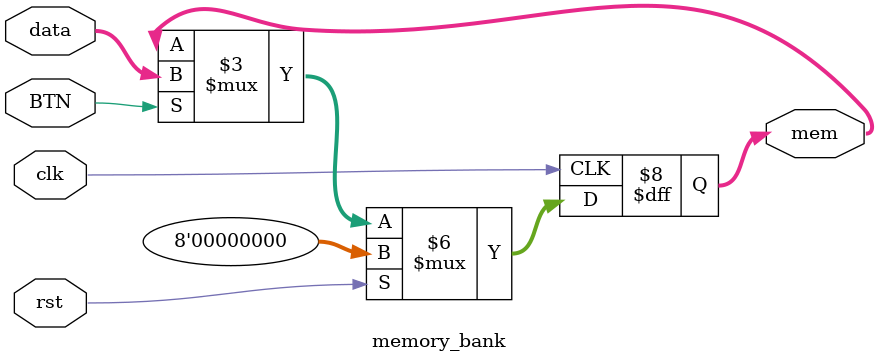
<source format=sv>
module memory_bank #( parameter BIT_WIDTH=8 )(
    input logic clk, rst, BTN,
    input logic [BIT_WIDTH-1:0] data,
    output logic [BIT_WIDTH-1:0] mem
    );
    
    localparam mem_zero = 'b0;              //primer número del registro
    
    always_ff @(posedge clk) begin 
        if(rst)
            mem <= mem_zero;        
        else if(BTN)
            mem <= data;
        else
            mem <= mem;
    end          
    
endmodule

</source>
